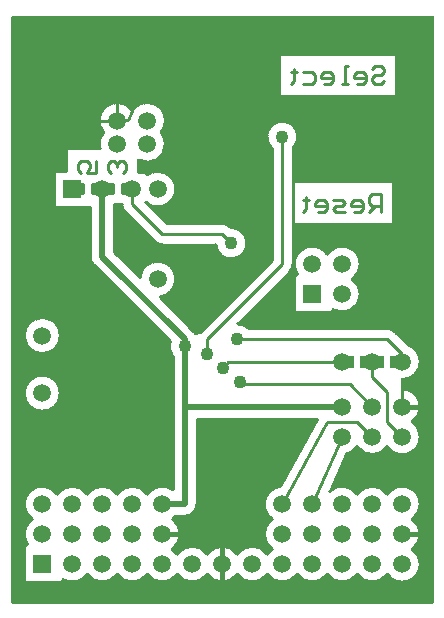
<source format=gbl>
%FSLAX24Y24*%
%MOIN*%
G70*
G01*
G75*
G04 Layer_Physical_Order=2*
%ADD10C,0.0110*%
%ADD11R,0.0512X0.0591*%
%ADD12R,0.0433X0.0394*%
%ADD13R,0.0591X0.0512*%
%ADD14R,0.0394X0.0433*%
%ADD15R,0.0709X0.0630*%
%ADD16R,0.0433X0.0394*%
%ADD17R,0.0177X0.0630*%
%ADD18R,0.0630X0.0177*%
%ADD19R,0.0630X0.0177*%
%ADD20R,0.0630X0.0512*%
%ADD21C,0.0100*%
%ADD22C,0.0250*%
%ADD23C,0.0214*%
%ADD24C,0.0150*%
%ADD25C,0.0200*%
%ADD26C,0.0157*%
%ADD27C,0.0197*%
%ADD28R,0.2600X0.3210*%
%ADD29R,0.1890X0.1800*%
%ADD30R,0.1950X0.0470*%
%ADD31R,0.0880X0.1810*%
%ADD32R,0.0820X0.0830*%
%ADD33R,0.0591X0.0591*%
%ADD34R,0.0591X0.0591*%
%ADD35C,0.0591*%
%ADD36C,0.0591*%
%ADD37C,0.0598*%
%ADD38C,0.1220*%
%ADD39C,0.0433*%
%ADD40C,0.0433*%
%ADD41R,0.0400X0.0400*%
%ADD42R,0.2300X0.2000*%
%ADD43R,0.1160X0.2450*%
%ADD44R,0.2700X0.3500*%
D10*
X37668Y26500D02*
G03*
X37480Y25700I332J-500D01*
G01*
X38500Y27332D02*
G03*
X37668Y26500I-500J-332D01*
G01*
X38700Y24480D02*
G03*
X39500Y24668I300J520D01*
G01*
Y27332D02*
G03*
X38500Y27332I-500J-332D01*
G01*
X39500Y24668D02*
G03*
X40500Y24668I500J332D01*
G01*
Y27332D02*
G03*
X39500Y27332I-500J-332D01*
G01*
X38600Y30700D02*
G03*
X38600Y30700I-600J0D01*
G01*
Y32621D02*
G03*
X38600Y32621I-600J0D01*
G01*
X40500Y24668D02*
G03*
X41500Y24668I500J332D01*
G01*
Y27332D02*
G03*
X40500Y27332I-500J-332D01*
G01*
X42345Y27491D02*
G03*
X41500Y27332I-345J-491D01*
G01*
Y24668D02*
G03*
X42500Y24668I500J332D01*
G01*
Y25332D02*
G03*
X42332Y25500I-500J-332D01*
G01*
G03*
X42600Y26000I-332J500D01*
G01*
X42500Y24668D02*
G03*
X43500Y24668I500J332D01*
G01*
Y25332D02*
G03*
X42500Y25332I-500J-332D01*
G01*
X42600Y26000D02*
G03*
X42375Y26469I-600J0D01*
G01*
X42750Y26595D02*
G03*
X43155Y27000I0J405D01*
G01*
X42750Y26595D02*
G03*
X43155Y27000I0J405D01*
G01*
X42255Y32423D02*
G03*
X42345Y31931I496J-163D01*
G01*
X39595Y35250D02*
G03*
X39714Y34963I405J0D01*
G01*
X39595Y35250D02*
G03*
X39714Y34964I405J0D01*
G01*
X40645Y37000D02*
G03*
X40749Y36749I355J0D01*
G01*
X40645Y37000D02*
G03*
X40749Y36749I355J0D01*
G01*
X37716Y40900D02*
G03*
X39545Y40854I914J-45D01*
G01*
G03*
X38100Y41601I-915J0D01*
G01*
X40042Y39394D02*
G03*
X39913Y38855I458J-394D01*
G01*
X41000Y40127D02*
G03*
X40042Y39394I-500J-339D01*
G01*
X42450Y34500D02*
G03*
X41254Y34569I-600J0D01*
G01*
X41919Y33904D02*
G03*
X42450Y34500I-69J596D01*
G01*
X41749Y35749D02*
G03*
X42000Y35645I251J251D01*
G01*
X41749Y35749D02*
G03*
X42000Y35645I251J251D01*
G01*
X42450Y37500D02*
G03*
X41500Y37988I-600J0D01*
G01*
X41446Y37056D02*
G03*
X42450Y37500I404J444D01*
G01*
X41205Y38473D02*
G03*
X42104Y39000I295J527D01*
G01*
Y39787D02*
G03*
X41000Y40127I-604J0D01*
G01*
X42104Y39000D02*
G03*
X41958Y39394I-604J0D01*
G01*
G03*
X42104Y39787I-458J394D01*
G01*
X44285Y40854D02*
G03*
X44285Y40854I-915J0D01*
G01*
X43500Y24668D02*
G03*
X44500Y24668I500J332D01*
G01*
Y25332D02*
G03*
X43500Y25332I-500J-332D01*
G01*
X44500Y24668D02*
G03*
X45500Y24668I500J332D01*
G01*
Y25332D02*
G03*
X44500Y25332I-500J-332D01*
G01*
X45668Y26500D02*
G03*
X45668Y25500I332J-500D01*
G01*
X45500Y24668D02*
G03*
X46500Y24668I500J332D01*
G01*
X45668Y25500D02*
G03*
X45500Y25332I332J-500D01*
G01*
X46500Y24668D02*
G03*
X47500Y24668I500J332D01*
G01*
G03*
X48500Y24668I500J332D01*
G01*
X44882Y32855D02*
G03*
X44523Y33021I-382J-355D01*
G01*
X45920Y27595D02*
G03*
X45668Y26500I80J-595D01*
G01*
X48500Y27332D02*
G03*
X47578Y27427I-500J-332D01*
G01*
X48128Y28663D02*
G03*
X48500Y28918I-128J587D01*
G01*
Y24668D02*
G03*
X49500Y24668I500J332D01*
G01*
Y27332D02*
G03*
X48500Y27332I-500J-332D01*
G01*
X49500Y24668D02*
G03*
X50600Y25000I500J332D01*
G01*
Y27000D02*
G03*
X49500Y27332I-600J0D01*
G01*
X50600Y25000D02*
G03*
X50332Y25500I-600J0D01*
G01*
G03*
X50600Y26000I-332J500D01*
G01*
G03*
X50332Y26500I-600J0D01*
G01*
G03*
X50600Y27000I-332J500D01*
G01*
X48500Y28918D02*
G03*
X49500Y28918I500J332D01*
G01*
G03*
X50600Y29250I500J332D01*
G01*
G03*
X50332Y29750I-600J0D01*
G01*
X50600Y30250D02*
G03*
X50000Y30850I-600J0D01*
G01*
X50332Y29750D02*
G03*
X50600Y30250I-332J500D01*
G01*
X49751Y32751D02*
G03*
X49500Y32855I-251J-251D01*
G01*
X49751Y32751D02*
G03*
X49500Y32855I-251J-251D01*
G01*
X50000Y31150D02*
G03*
X50600Y31750I0J600D01*
G01*
G03*
X50179Y32323I-600J0D01*
G01*
X43781Y35645D02*
G03*
X44822Y35700I519J55D01*
G01*
X44251Y36251D02*
G03*
X44000Y36355I-251J-251D01*
G01*
X44251Y36251D02*
G03*
X44000Y36355I-251J-251D01*
G01*
X44822Y35700D02*
G03*
X44281Y36221I-522J0D01*
G01*
X47500Y35332D02*
G03*
X46480Y34700I-500J-332D01*
G01*
X46251Y34749D02*
G03*
X46355Y35000I-251J251D01*
G01*
X46251Y34749D02*
G03*
X46355Y35000I-251J251D01*
G01*
Y38868D02*
G03*
X46522Y39250I-355J382D01*
G01*
G03*
X45645Y38868I-522J0D01*
G01*
X47700Y33480D02*
G03*
X48600Y34000I300J520D01*
G01*
G03*
X48332Y34500I-600J0D01*
G01*
G03*
X48600Y35000I-332J500D01*
G01*
G03*
X47500Y35332I-600J0D01*
G01*
X43210Y40010D02*
X43510D01*
X41423Y38064D02*
X41500Y37988D01*
X41205Y38064D02*
X41423D01*
X39795Y38855D02*
X39913D01*
X42427Y26595D02*
X42443D01*
X42332Y26500D02*
X42427Y26595D01*
X37480Y25680D02*
X37480D01*
Y25700D01*
X37400Y25600D02*
X37480Y25680D01*
X38681Y24480D02*
X38700D01*
X38600Y24400D02*
X38681Y24480D01*
X47680Y33480D02*
X47700D01*
X47600Y33400D02*
X47680Y33480D01*
X46480Y34680D02*
Y34700D01*
X46400Y34600D02*
X46480Y34680D01*
X46370Y34700D02*
Y34890D01*
X46355Y36100D02*
Y37850D01*
X49900Y42300D02*
X49905Y42295D01*
Y40845D02*
Y42295D01*
X37000Y24400D02*
X37400D01*
X37000Y24500D02*
X37400D01*
X37400Y23750D02*
Y24400D01*
X37000Y24600D02*
X37400D01*
X37000Y24700D02*
X37400D01*
X37000Y24800D02*
X37400D01*
X37000Y24900D02*
X37400D01*
X37000Y25000D02*
X37400D01*
Y24400D02*
Y25600D01*
X37000Y25100D02*
X37400D01*
X37000Y25200D02*
X37400D01*
Y24400D02*
X38600D01*
X37000Y25300D02*
X37400D01*
X37500Y23750D02*
Y24400D01*
X37600Y23750D02*
Y24400D01*
X37700Y23750D02*
Y24400D01*
X37000Y25400D02*
X37400D01*
X37000Y25500D02*
X37400D01*
X37000Y25600D02*
X37400D01*
X37000Y25800D02*
X37434D01*
X37000Y25700D02*
X37480D01*
X37000Y25900D02*
X37408D01*
X37000Y26000D02*
X37400D01*
X37000Y26100D02*
X37408D01*
X37000Y26200D02*
X37434D01*
X37000Y26300D02*
X37480D01*
X37000Y26800D02*
X37434D01*
X37000Y26900D02*
X37408D01*
X37000Y27000D02*
X37400D01*
X37400Y26018D02*
Y26982D01*
X37000Y27100D02*
X37408D01*
X37000Y27200D02*
X37434D01*
X37000Y26400D02*
X37552D01*
X37000Y26500D02*
X37668D01*
X37500Y26332D02*
Y26668D01*
X37000Y26700D02*
X37480D01*
X37000Y26600D02*
X37552D01*
X37000Y27300D02*
X37480D01*
X37000Y27400D02*
X37552D01*
X37000Y27500D02*
X37668D01*
X37000Y27600D02*
X37982D01*
X37000Y30100D02*
X37982D01*
X37800Y23750D02*
Y24400D01*
X37900Y23750D02*
Y24400D01*
X38000Y23750D02*
Y24400D01*
X38100Y23750D02*
Y24400D01*
X38200Y23750D02*
Y24400D01*
X38300Y23750D02*
Y24400D01*
X38400Y23750D02*
Y24400D01*
X38500Y23750D02*
Y24400D01*
X38600Y23750D02*
Y24400D01*
X38700Y23750D02*
Y24480D01*
X38800Y23750D02*
Y24434D01*
X38900Y23750D02*
Y24408D01*
X39000Y23750D02*
Y24400D01*
X39100Y23750D02*
Y24408D01*
X39200Y23750D02*
Y24434D01*
X39900Y23750D02*
Y24408D01*
X39300Y23750D02*
Y24480D01*
X39400Y23750D02*
Y24552D01*
X39500Y23750D02*
Y24668D01*
X39600Y23750D02*
Y24552D01*
X39700Y23750D02*
Y24480D01*
X39800Y23750D02*
Y24434D01*
X39018Y24400D02*
X39982D01*
X40000Y23750D02*
Y24400D01*
X39332Y24500D02*
X39668D01*
X40100Y23750D02*
Y24408D01*
X38332Y27500D02*
X38668D01*
X37900Y27592D02*
Y30108D01*
X38018Y27600D02*
X38982D01*
X39332Y27500D02*
X39668D01*
X39018Y27600D02*
X39982D01*
X40200Y23750D02*
Y24434D01*
X40300Y23750D02*
Y24480D01*
X40332Y24500D02*
X40668D01*
X40700Y23750D02*
Y24480D01*
X40800Y23750D02*
Y24434D01*
X40900Y23750D02*
Y24408D01*
X40332Y27500D02*
X40668D01*
X40400Y23750D02*
Y24552D01*
X40500Y23750D02*
Y24668D01*
X40600Y23750D02*
Y24552D01*
X37000Y30500D02*
X37434D01*
X37000Y30600D02*
X37408D01*
X37400Y27018D02*
Y30682D01*
X37000Y30700D02*
X37400D01*
X37000Y30800D02*
X37408D01*
X37000Y23750D02*
Y40900D01*
Y23750D02*
Y40900D01*
X37100Y23750D02*
Y40900D01*
X37200Y23750D02*
Y40900D01*
X37300Y23750D02*
Y40900D01*
X37400Y30718D02*
Y32603D01*
X37000Y30200D02*
X37668D01*
X37000Y30300D02*
X37552D01*
X37600Y27448D02*
Y30252D01*
X37700Y27520D02*
Y30180D01*
X37800Y27566D02*
Y30134D01*
X37000Y30400D02*
X37480D01*
X37000Y30900D02*
X37434D01*
X37000Y31000D02*
X37480D01*
X37500Y27332D02*
Y30368D01*
Y31032D02*
Y32289D01*
X37000Y31100D02*
X37552D01*
X37000Y32300D02*
X37493D01*
X37000Y32400D02*
X37442D01*
X37000Y32500D02*
X37412D01*
X37000Y32600D02*
X37400D01*
X37000Y32700D02*
X37405D01*
X37000Y32800D02*
X37427D01*
X37000Y32900D02*
X37468D01*
X37400Y32639D02*
Y40900D01*
X37500Y32953D02*
Y40900D01*
X37000Y33000D02*
X37534D01*
X37000Y31200D02*
X37668D01*
X37000Y31300D02*
X37982D01*
X37600Y31148D02*
Y32174D01*
X37700Y31220D02*
Y32101D01*
X37000Y32100D02*
X37702D01*
X37000Y32200D02*
X37572D01*
X37000Y33100D02*
X37638D01*
X37000Y33200D02*
X37841D01*
X37600Y33069D02*
Y40900D01*
X37700Y33141D02*
Y40900D01*
X38200Y27566D02*
Y30134D01*
X38000Y27600D02*
Y30100D01*
X38500Y27332D02*
Y30368D01*
X38300Y27520D02*
Y30180D01*
X38400Y27448D02*
Y30252D01*
X38600Y27448D02*
Y30682D01*
X38700Y27520D02*
Y36900D01*
X38800Y27566D02*
Y36900D01*
X39400Y27448D02*
Y36900D01*
X39200Y27566D02*
Y36900D01*
X39300Y27520D02*
Y36900D01*
X40500Y27332D02*
Y34177D01*
X40400Y27448D02*
Y34277D01*
X40600Y27448D02*
Y34077D01*
X40700Y27520D02*
Y33977D01*
X40800Y27566D02*
Y33877D01*
X39500Y27332D02*
Y36900D01*
X39600Y27448D02*
Y35187D01*
X39700Y27520D02*
Y34978D01*
X40300Y27520D02*
Y34377D01*
X39800Y27566D02*
Y34877D01*
X40200Y27566D02*
Y34477D01*
X37800Y31266D02*
Y32055D01*
X37900Y31292D02*
Y32029D01*
X38100Y27592D02*
Y30108D01*
X38000Y31300D02*
Y32021D01*
X38100Y31292D02*
Y32029D01*
X37800Y33187D02*
Y40468D01*
X37900Y33213D02*
Y40302D01*
X38100Y33213D02*
Y40108D01*
X38300Y31220D02*
Y32101D01*
X38200Y31266D02*
Y32055D01*
X38300Y33141D02*
Y40001D01*
X38600Y30718D02*
Y32603D01*
X38400Y31148D02*
Y32174D01*
X38500Y31032D02*
Y32289D01*
X39900Y27592D02*
Y34777D01*
X40000Y27600D02*
Y34677D01*
X40100Y27592D02*
Y34577D01*
X38600Y32639D02*
Y36900D01*
X38400Y33069D02*
Y36900D01*
X38500Y32953D02*
Y36900D01*
X38900Y27592D02*
Y36900D01*
X39000Y27600D02*
Y36900D01*
X39100Y27592D02*
Y36900D01*
X41000Y23750D02*
Y24400D01*
X40018Y24400D02*
X40982D01*
X41100Y23750D02*
Y24408D01*
X41200Y23750D02*
Y24434D01*
X41800Y23750D02*
Y24434D01*
X41300Y23750D02*
Y24480D01*
X41400Y23750D02*
Y24552D01*
X41500Y23750D02*
Y24668D01*
X41600Y23750D02*
Y24552D01*
X41700Y23750D02*
Y24480D01*
X37000Y23750D02*
X51000D01*
X37000Y23800D02*
X51000D01*
X37000Y23900D02*
X51000D01*
X37000Y24000D02*
X51000D01*
X37000Y24100D02*
X51000D01*
X41900Y23750D02*
Y24408D01*
X37000Y24200D02*
X51000D01*
X37000Y24300D02*
X51000D01*
X42000Y23750D02*
Y24400D01*
X42100Y23750D02*
Y24408D01*
X42200Y23750D02*
Y24434D01*
X40018Y27600D02*
X40982D01*
X41018Y24400D02*
X41982D01*
X41332Y24500D02*
X41668D01*
X41332Y27500D02*
X41668D01*
X37000Y27700D02*
X42345D01*
X37000Y27800D02*
X42345D01*
X37000Y27900D02*
X42345D01*
X41018Y27600D02*
X41982D01*
X42018D02*
X42345D01*
X37000Y28000D02*
X42345D01*
X37000Y28100D02*
X42345D01*
X42018Y24400D02*
X42982D01*
X37000Y28200D02*
X42345D01*
X37000Y28300D02*
X42345D01*
X37000Y28400D02*
X42345D01*
X37000Y28500D02*
X42345D01*
X37000Y28600D02*
X42345D01*
X37000Y28700D02*
X42345D01*
X42300Y23750D02*
Y24480D01*
X42332Y24500D02*
X42668D01*
X42400Y23750D02*
Y24552D01*
X42600Y23750D02*
Y24552D01*
X42700Y23750D02*
Y24480D01*
X42332Y25500D02*
X42668D01*
X42500Y23750D02*
Y24668D01*
Y25332D02*
Y25668D01*
X42600Y25448D02*
Y25982D01*
X42800Y23750D02*
Y24434D01*
X42900Y23750D02*
Y24408D01*
X43000Y23750D02*
Y24400D01*
X43100Y23750D02*
Y24408D01*
X43018Y24400D02*
X43982D01*
X42448Y25600D02*
X42982D01*
X42700Y25520D02*
Y26595D01*
X42800Y25566D02*
Y26598D01*
X42900Y25592D02*
Y26624D01*
X42500Y26332D02*
Y26595D01*
X43018Y25600D02*
X43982D01*
X42592Y25900D02*
X45408D01*
X42600Y26000D02*
X45400D01*
X42600Y26018D02*
Y26595D01*
X42443D02*
X42750D01*
X43000Y25600D02*
Y26681D01*
X43100Y25592D02*
Y26796D01*
X42520Y25700D02*
X45480D01*
X42520Y26300D02*
X45480D01*
X42448Y26400D02*
X45552D01*
X42566Y25800D02*
X45434D01*
X42592Y26100D02*
X45408D01*
X42566Y26200D02*
X45434D01*
X42332Y26500D02*
X45668D01*
X43022Y26700D02*
X45480D01*
X42813Y26600D02*
X45552D01*
X43102Y26800D02*
X45434D01*
X43142Y26900D02*
X45408D01*
X43155Y28700D02*
X46523D01*
X37000Y28800D02*
X42345D01*
X37000Y28900D02*
X42345D01*
X37000Y29000D02*
X42345D01*
X37000Y29100D02*
X42345D01*
X37000Y29200D02*
X42345D01*
X37000Y29300D02*
X42345D01*
X37000Y29400D02*
X42345D01*
X37000Y29500D02*
X42345D01*
X37000Y29600D02*
X42345D01*
X37000Y29700D02*
X42345D01*
X37000Y29800D02*
X42345D01*
X37000Y29900D02*
X42345D01*
X37000Y30000D02*
X42345D01*
X38018Y30100D02*
X42345D01*
X38332Y30200D02*
X42345D01*
X38448Y30300D02*
X42345D01*
X38520Y30400D02*
X42345D01*
X38566Y30500D02*
X42345D01*
X38566Y30900D02*
X42345D01*
X38592Y30600D02*
X42345D01*
X38600Y30700D02*
X42345D01*
X38592Y30800D02*
X42345D01*
X38298Y32100D02*
X42254D01*
X38428Y32200D02*
X42232D01*
X38507Y32300D02*
X42230D01*
X38588Y32500D02*
X42177D01*
X38558Y32400D02*
X42248D01*
X38466Y33000D02*
X41677D01*
X38159Y33200D02*
X41477D01*
X38362Y33100D02*
X41577D01*
X38600Y32600D02*
X42077D01*
X38532Y32900D02*
X41777D01*
X38573Y32800D02*
X41877D01*
X38018Y31300D02*
X42345D01*
X37000Y31400D02*
X42345D01*
X38520Y31000D02*
X42345D01*
X38448Y31100D02*
X42345D01*
X38332Y31200D02*
X42345D01*
X37000Y31500D02*
X42345D01*
X37000Y31600D02*
X42345D01*
X37000Y31700D02*
X42345D01*
X37000Y31800D02*
X42345D01*
X37000Y32000D02*
X42298D01*
X37000Y31900D02*
X42345D01*
X41500Y27332D02*
Y33177D01*
X41600Y27448D02*
Y33077D01*
X41700Y27520D02*
Y32977D01*
X41800Y27566D02*
Y32877D01*
X41900Y27592D02*
Y32777D01*
X40900Y27592D02*
Y33777D01*
X41000Y27600D02*
Y33677D01*
X41100Y27592D02*
Y33577D01*
X41400Y27448D02*
Y33277D01*
X41200Y27566D02*
Y33477D01*
X41300Y27520D02*
Y33377D01*
X43155Y28800D02*
X46577D01*
X43155Y28900D02*
X46632D01*
X43155Y29000D02*
X46687D01*
X43155Y29100D02*
X46741D01*
X43155Y29200D02*
X46796D01*
X42200Y27566D02*
Y32477D01*
X42000Y27600D02*
Y32677D01*
X42100Y27592D02*
Y32577D01*
X43155Y27000D02*
Y29845D01*
X42300Y27520D02*
Y31996D01*
X42345Y27491D02*
Y30250D01*
X38595Y32700D02*
X41977D01*
X41919Y33904D02*
X43036Y32787D01*
X42345Y30250D02*
Y31931D01*
X39714Y34963D02*
X42255Y32423D01*
X42700Y33123D02*
Y35645D01*
X42800Y33023D02*
Y35645D01*
X43100Y32704D02*
Y35645D01*
X42900Y32923D02*
Y35645D01*
X43000Y32823D02*
Y35645D01*
X43155Y29300D02*
X46850D01*
X43155Y29400D02*
X46905D01*
X43155Y29500D02*
X46959D01*
X43155Y29600D02*
X47014D01*
X43155Y29700D02*
X47068D01*
X43155Y29800D02*
X47123D01*
X42923Y32900D02*
X43398D01*
X42823Y33000D02*
X43498D01*
X42723Y33100D02*
X43598D01*
X43155Y29845D02*
X47147D01*
X43023Y32800D02*
X43298D01*
X37000Y34500D02*
X40177D01*
X37000Y34600D02*
X40077D01*
X37000Y34700D02*
X39977D01*
X37000Y34900D02*
X39777D01*
X37000Y34800D02*
X39877D01*
X37000Y35000D02*
X39681D01*
X37000Y35100D02*
X39624D01*
X37000Y35200D02*
X39598D01*
X37000Y35300D02*
X39595D01*
X37000Y35400D02*
X39595D01*
X37000Y35500D02*
X39595D01*
X37000Y33400D02*
X41277D01*
X37000Y33500D02*
X41177D01*
X37000Y33600D02*
X41077D01*
X37000Y33800D02*
X40877D01*
X37000Y33700D02*
X40977D01*
X37000Y33900D02*
X40777D01*
X37000Y34100D02*
X40577D01*
X37000Y34000D02*
X40677D01*
X37000Y34200D02*
X40477D01*
X37000Y34400D02*
X40277D01*
X37000Y34300D02*
X40377D01*
X37000Y35600D02*
X39595D01*
X37000Y35700D02*
X39595D01*
X37000Y36900D02*
X38400D01*
X37000Y37000D02*
X38400D01*
X37000Y37100D02*
X38400D01*
X37000Y37200D02*
X38400D01*
X37000Y37300D02*
X38400D01*
X37000Y37400D02*
X38400D01*
X37000Y37500D02*
X38400D01*
X37000Y37600D02*
X38400D01*
X37000Y37700D02*
X38400D01*
X37000Y35800D02*
X39595D01*
X37000Y35900D02*
X39595D01*
X37000Y36000D02*
X39595D01*
X37000Y36100D02*
X39595D01*
X37000Y36200D02*
X39595D01*
X37000Y36300D02*
X39595D01*
X37000Y36400D02*
X39595D01*
X37000Y36500D02*
X39595D01*
X37000Y36600D02*
X39595D01*
X37000Y36700D02*
X39595D01*
X37000Y36800D02*
X39595D01*
X40900Y34923D02*
Y36598D01*
X40800Y35023D02*
Y36698D01*
X40405Y36700D02*
X40798D01*
X39595Y35250D02*
Y36900D01*
X40405Y35418D02*
Y37000D01*
X40500Y35323D02*
Y37005D01*
X40700Y35123D02*
Y36810D01*
X40600Y35223D02*
Y37005D01*
X40405Y35418D02*
X41254Y34569D01*
X40405Y36200D02*
X41298D01*
X41300Y34740D02*
Y36198D01*
X40405Y36300D02*
X41198D01*
X41023Y34800D02*
X41330D01*
X40405Y36400D02*
X41098D01*
X40405Y36600D02*
X40898D01*
X40405Y36500D02*
X40998D01*
X41200Y34623D02*
Y36298D01*
X41000Y34823D02*
Y36498D01*
X41100Y34723D02*
Y36398D01*
X37000Y37800D02*
X38400D01*
X37000Y37900D02*
X38400D01*
Y36900D02*
Y38100D01*
X37000Y38000D02*
X38400D01*
X37000Y38100D02*
X38400D01*
X37000Y38200D02*
X38795D01*
X37000Y38300D02*
X38795D01*
X37000Y38400D02*
X38795D01*
X38400Y38100D02*
X38795D01*
Y38855D01*
X37000Y38500D02*
X38795D01*
X40405Y36800D02*
X40707D01*
X38400Y36900D02*
X39595D01*
X40405Y36900D02*
X40659D01*
X40405Y37005D02*
X40645D01*
X40405D02*
X40645D01*
X40405Y37000D02*
X40645D01*
X37000Y38600D02*
X38795D01*
X37000Y38700D02*
X38795D01*
X37000Y38800D02*
X38795D01*
Y38855D02*
X39795D01*
X41205Y38064D02*
Y38473D01*
X38200Y33187D02*
Y40046D01*
X37000Y40000D02*
X38302D01*
X38400Y38100D02*
Y39968D01*
X38500Y38100D02*
Y39948D01*
X38600Y38100D02*
Y39940D01*
X37000Y40100D02*
X38112D01*
X37000Y40300D02*
X37902D01*
X37000Y40200D02*
X37990D01*
X38000Y33222D02*
Y40190D01*
X37000Y38900D02*
X39904D01*
X37000Y39000D02*
X39896D01*
X37000Y39100D02*
X39904D01*
X37000Y39200D02*
X39930D01*
X37000Y39300D02*
X39976D01*
X37000Y39400D02*
X40036D01*
X37000Y39600D02*
X39926D01*
X37000Y39500D02*
X39969D01*
X37000Y39700D02*
X39902D01*
X37000Y39800D02*
X39896D01*
X37000Y39900D02*
X39906D01*
X37000Y40400D02*
X37835D01*
X37000Y40500D02*
X37786D01*
X37000Y40600D02*
X37751D01*
X37000Y40800D02*
X37716D01*
X37000Y40700D02*
X37728D01*
X37000Y40900D02*
X37716D01*
X38100Y41601D02*
Y41900D01*
Y42100D01*
X38100Y41900D02*
Y43100D01*
X38200Y41662D02*
Y43250D01*
X37000Y43100D02*
X38100D01*
X38300Y41708D02*
Y43250D01*
X38400Y41740D02*
Y43250D01*
X38500Y41760D02*
Y43250D01*
X38600Y41769D02*
Y43250D01*
X38700Y38100D02*
Y39942D01*
X38800Y38855D02*
Y39955D01*
X38900Y38855D02*
Y39980D01*
X39000Y38855D02*
Y40017D01*
X39100Y38855D02*
Y40069D01*
X39200Y38855D02*
Y40138D01*
X39300Y38855D02*
Y40231D01*
X39400Y38855D02*
Y40360D01*
X39500Y38855D02*
Y40570D01*
X39600Y38855D02*
Y43250D01*
X39700Y38855D02*
Y43250D01*
X38958Y40000D02*
X39934D01*
X39148Y40100D02*
X39983D01*
X39900Y39071D02*
Y39716D01*
Y39859D02*
Y43250D01*
X39270Y40200D02*
X40059D01*
X40000Y40127D02*
Y43250D01*
X41000Y40127D02*
Y43250D01*
X38700Y41767D02*
Y43250D01*
X38800Y41754D02*
Y43250D01*
X39358Y40300D02*
X40180D01*
X38900Y41729D02*
Y43250D01*
X39000Y41691D02*
Y43250D01*
X39300Y41478D02*
Y43250D01*
X39100Y41640D02*
Y43250D01*
X39200Y41570D02*
Y43250D01*
X40100Y40240D02*
Y43250D01*
X39400Y41349D02*
Y43250D01*
X39500Y41138D02*
Y43250D01*
X40200Y40312D02*
Y43250D01*
X40300Y40358D02*
Y43250D01*
X40400Y40383D02*
Y43250D01*
X40820Y40300D02*
X41180D01*
X40500Y40392D02*
Y43250D01*
X40600Y40383D02*
Y43250D01*
X40900Y40240D02*
Y43250D01*
X40700Y40358D02*
Y43250D01*
X40800Y40312D02*
Y43250D01*
X41100Y40240D02*
Y43250D01*
X41200Y40312D02*
Y43250D01*
X41300Y40358D02*
Y43250D01*
X37000Y33300D02*
X41377D01*
X40723Y35100D02*
X41832D01*
X40923Y34900D02*
X41402D01*
X40823Y35000D02*
X41518D01*
X41900Y35098D02*
Y35659D01*
X41400Y34897D02*
Y36098D01*
X41500Y34988D02*
Y35998D01*
X41600Y35046D02*
Y35898D01*
X41700Y35081D02*
Y35798D01*
X41800Y35098D02*
Y35707D01*
X42000Y35081D02*
Y35645D01*
X41868Y35100D02*
X45598D01*
X42023Y33800D02*
X44298D01*
X41923Y33900D02*
X44398D01*
X40423Y35400D02*
X43873D01*
X40405Y35600D02*
X43788D01*
X40405Y35500D02*
X43818D01*
X40623Y35200D02*
X44152D01*
X40523Y35300D02*
X43965D01*
X40405Y35700D02*
X41810D01*
X40405Y35800D02*
X41698D01*
X40405Y36000D02*
X41498D01*
X40405Y35900D02*
X41598D01*
X40749Y36749D02*
X41749Y35749D01*
X40405Y36100D02*
X41398D01*
X41205Y38100D02*
X41832D01*
X41446Y37056D02*
X42147Y36355D01*
X41602Y36900D02*
X41832D01*
X41900Y36602D02*
Y36902D01*
X41802Y36700D02*
X45645D01*
X41702Y36800D02*
X45645D01*
X42000Y35645D02*
X43781D01*
X42002Y36500D02*
X45645D01*
X41902Y36600D02*
X45645D01*
X41205Y38200D02*
X45645D01*
X41205Y38300D02*
X45645D01*
X41868Y36900D02*
X45645D01*
X41868Y38100D02*
X45645D01*
X42323Y33500D02*
X43998D01*
X42100Y33723D02*
Y33954D01*
X42623Y33200D02*
X43698D01*
X42523Y33300D02*
X43798D01*
X42423Y33400D02*
X43898D01*
X42400Y33423D02*
Y34260D01*
X42200Y33623D02*
Y34012D01*
X42300Y33523D02*
Y34103D01*
X42600Y33223D02*
Y35645D01*
X42400Y34740D02*
Y35645D01*
X42500Y33323D02*
Y35645D01*
X42123Y33700D02*
X44198D01*
X42182Y34000D02*
X44498D01*
X42223Y33600D02*
X44098D01*
X42298Y34100D02*
X44598D01*
X42370Y34200D02*
X44698D01*
X42416Y34300D02*
X44798D01*
X42416Y34700D02*
X45198D01*
X42370Y34800D02*
X45298D01*
X42442Y34400D02*
X44898D01*
X42450Y34500D02*
X44998D01*
X42442Y34600D02*
X45098D01*
X42182Y35000D02*
X45498D01*
X42100Y35046D02*
Y35645D01*
X42298Y34900D02*
X45398D01*
X42200Y34988D02*
Y35645D01*
X42300Y34897D02*
Y35645D01*
X42147Y36355D02*
X44000D01*
X42000Y36502D02*
Y36919D01*
X42100Y36402D02*
Y36954D01*
X42200Y36355D02*
Y37012D01*
X42300Y36355D02*
Y37103D01*
X42400Y36355D02*
Y37260D01*
X42102Y36400D02*
X45645D01*
X42182Y37000D02*
X45645D01*
X42298Y37100D02*
X45645D01*
X42370Y37200D02*
X45645D01*
X42416Y37300D02*
X45645D01*
X42442Y37400D02*
X45645D01*
X42370Y37800D02*
X45645D01*
X42298Y37900D02*
X45645D01*
X42182Y38000D02*
X45645D01*
X42450Y37500D02*
X45645D01*
X42442Y37600D02*
X45645D01*
X42416Y37700D02*
X45645D01*
X41500Y37988D02*
Y38396D01*
X41205Y38400D02*
X41429D01*
X41600Y38046D02*
Y38404D01*
X41700Y38081D02*
Y38430D01*
X41800Y38098D02*
Y38476D01*
X41400Y40383D02*
Y43250D01*
X41500Y40392D02*
Y43250D01*
X41800Y40312D02*
Y43250D01*
X41600Y40383D02*
Y43250D01*
X41700Y40358D02*
Y43250D01*
X39424Y40400D02*
X42576D01*
X41571Y38400D02*
X45645D01*
X41820Y40300D02*
X42642D01*
X41839Y38500D02*
X45645D01*
X39474Y40500D02*
X42526D01*
X39532Y40700D02*
X42468D01*
X39509Y40600D02*
X42491D01*
X39544Y40800D02*
X42456D01*
X39544Y40900D02*
X42456D01*
X39533Y41000D02*
X42467D01*
X39365Y41400D02*
X42635D01*
X39279Y41500D02*
X42721D01*
X39512Y41100D02*
X42488D01*
X39477Y41200D02*
X42523D01*
X39429Y41300D02*
X42571D01*
X38100Y41800D02*
X45896D01*
X38100Y41900D02*
X45896D01*
X38100Y42000D02*
X45896D01*
X39161Y41600D02*
X42839D01*
X38980Y41700D02*
X43020D01*
X38100Y42100D02*
X49900D01*
X38100Y42200D02*
X49900D01*
X38100Y42300D02*
X49900D01*
X38100Y42400D02*
X49900D01*
X38100Y42500D02*
X49900D01*
X38100Y42600D02*
X49900D01*
X38100Y42700D02*
X49900D01*
X38100Y42800D02*
X49900D01*
X37000Y43200D02*
X51000D01*
X37000Y43250D02*
X51000D01*
X38100Y42900D02*
X49900D01*
X38100Y43000D02*
X49900D01*
X38100Y43100D02*
X49900D01*
X41900Y38098D02*
Y38547D01*
X42100Y38046D02*
Y38929D01*
X42000Y38081D02*
Y38661D01*
X42100Y39071D02*
Y39716D01*
X42400Y37740D02*
Y43250D01*
X42200Y37988D02*
Y43250D01*
X42300Y37897D02*
Y43250D01*
X42500Y36355D02*
Y40570D01*
X42600Y36355D02*
Y40360D01*
X42700Y36355D02*
Y40231D01*
X41953Y38600D02*
X45645D01*
X42024Y38700D02*
X45645D01*
X42070Y38800D02*
X45645D01*
X42104Y39000D02*
X45542D01*
X42096Y38900D02*
X45613D01*
X42800Y36355D02*
Y40138D01*
X42070Y39200D02*
X45481D01*
X42096Y39100D02*
X45500D01*
X42900Y36355D02*
Y40069D01*
X43000Y36355D02*
Y40017D01*
X43100Y36355D02*
Y39980D01*
X41900Y40240D02*
Y43250D01*
X42017Y40100D02*
X42852D01*
X42000Y40127D02*
Y43250D01*
X41941Y40200D02*
X42730D01*
X42100Y39859D02*
Y43250D01*
X42500Y41138D02*
Y43250D01*
X42600Y41349D02*
Y43250D01*
X42700Y41478D02*
Y43250D01*
X42800Y41570D02*
Y43250D01*
X42900Y41640D02*
Y43250D01*
X42024Y39300D02*
X45481D01*
X41964Y39400D02*
X45500D01*
X42031Y39500D02*
X45542D01*
X42074Y39600D02*
X45613D01*
X42098Y39700D02*
X45736D01*
X42104Y39800D02*
X51000D01*
X42094Y39900D02*
X51000D01*
X42066Y40000D02*
X43042D01*
X43000Y41691D02*
Y43250D01*
X43100Y41729D02*
Y43250D01*
X43200Y23750D02*
Y24434D01*
X43800Y23750D02*
Y24434D01*
X43900Y23750D02*
Y24408D01*
X44000Y23750D02*
Y24400D01*
X44100Y23750D02*
Y24408D01*
X43300Y23750D02*
Y24480D01*
X43400Y23750D02*
Y24552D01*
X43500Y23750D02*
Y24668D01*
X43600Y23750D02*
Y24552D01*
X43700Y23750D02*
Y24480D01*
X44200Y23750D02*
Y24434D01*
X44800Y23750D02*
Y24434D01*
X44900Y23750D02*
Y24408D01*
X45000Y23750D02*
Y24400D01*
X45100Y23750D02*
Y24408D01*
X45200Y23750D02*
Y24434D01*
X44300Y23750D02*
Y24480D01*
X44400Y23750D02*
Y24552D01*
X44500Y23750D02*
Y24668D01*
X44600Y23750D02*
Y24552D01*
X44700Y23750D02*
Y24480D01*
X45300Y23750D02*
Y24480D01*
X43332Y24500D02*
X43668D01*
X45400Y23750D02*
Y24552D01*
X44332Y24500D02*
X44668D01*
X44018Y24400D02*
X44982D01*
X43332Y25500D02*
X43668D01*
X44332D02*
X44668D01*
X44018Y25600D02*
X44982D01*
X45018Y24400D02*
X45982D01*
X45332Y24500D02*
X45668D01*
X45332Y25500D02*
X45668D01*
X45018Y25600D02*
X45552D01*
X43155Y27000D02*
X45400D01*
X43155Y27100D02*
X45408D01*
X45400Y25448D02*
Y25982D01*
Y26018D02*
Y26982D01*
X45800Y23750D02*
Y24434D01*
X45900Y23750D02*
Y24408D01*
X46000Y23750D02*
Y24400D01*
X46100Y23750D02*
Y24408D01*
X46200Y23750D02*
Y24434D01*
X45500Y23750D02*
Y24668D01*
X45600Y23750D02*
Y24552D01*
X45700Y23750D02*
Y24480D01*
X46300Y23750D02*
Y24480D01*
X46400Y23750D02*
Y24552D01*
X46500Y23750D02*
Y24668D01*
X46800Y23750D02*
Y24434D01*
X46900Y23750D02*
Y24408D01*
X47000Y23750D02*
Y24400D01*
X47100Y23750D02*
Y24408D01*
X47200Y23750D02*
Y24434D01*
X46600Y23750D02*
Y24552D01*
X46700Y23750D02*
Y24480D01*
X47300Y23750D02*
Y24480D01*
X47400Y23750D02*
Y24552D01*
X47500Y23750D02*
Y24668D01*
X47600Y23750D02*
Y24552D01*
X46018Y24400D02*
X46982D01*
X46332Y24500D02*
X46668D01*
X47700Y23750D02*
Y24480D01*
X47800Y23750D02*
Y24434D01*
X47900Y23750D02*
Y24408D01*
X45500Y25332D02*
Y25668D01*
Y26332D02*
Y26668D01*
X47332Y24500D02*
X47668D01*
X48000Y23750D02*
Y24400D01*
X47018Y24400D02*
X47982D01*
X48100Y23750D02*
Y24408D01*
X48200Y23750D02*
Y24434D01*
X48300Y23750D02*
Y24480D01*
X48800Y23750D02*
Y24434D01*
X48400Y23750D02*
Y24552D01*
X48332Y24500D02*
X48668D01*
X48500Y23750D02*
Y24668D01*
X48600Y23750D02*
Y24552D01*
X48700Y23750D02*
Y24480D01*
X43300Y25520D02*
Y29845D01*
X43200Y25566D02*
Y29845D01*
X43500Y25332D02*
Y29845D01*
X43400Y25448D02*
Y29845D01*
X43600Y25448D02*
Y29845D01*
X43700Y25520D02*
Y29845D01*
X43800Y25566D02*
Y29845D01*
X43900Y25592D02*
Y29845D01*
X44200Y25566D02*
Y29845D01*
X44000Y25600D02*
Y29845D01*
X44100Y25592D02*
Y29845D01*
X44400Y25448D02*
Y29845D01*
X44300Y25520D02*
Y29845D01*
X44500Y25332D02*
Y29845D01*
X44600Y25448D02*
Y29845D01*
X44700Y25520D02*
Y29845D01*
X44800Y25566D02*
Y29845D01*
X44900Y25592D02*
Y29845D01*
X45000Y25600D02*
Y29845D01*
X45300Y25520D02*
Y29845D01*
X45100Y25592D02*
Y29845D01*
X45200Y25566D02*
Y29845D01*
X43155Y27200D02*
X45434D01*
X43155Y27300D02*
X45480D01*
X43155Y27400D02*
X45552D01*
X43155Y27500D02*
X45668D01*
X43249Y32751D02*
X45645Y35147D01*
X43300Y32802D02*
Y35645D01*
X44900Y32855D02*
Y33398D01*
X45000Y32855D02*
Y33498D01*
X45100Y32855D02*
Y33598D01*
X45200Y32855D02*
Y33698D01*
X43155Y27600D02*
X45923D01*
X43155Y27700D02*
X45977D01*
X43155Y27800D02*
X46032D01*
X43155Y27900D02*
X46087D01*
X43155Y28000D02*
X46141D01*
X43155Y28100D02*
X46196D01*
X43155Y28200D02*
X46250D01*
X43155Y28300D02*
X46305D01*
X43155Y28400D02*
X46359D01*
X43155Y28500D02*
X46414D01*
X43155Y28600D02*
X46468D01*
X45400Y27018D02*
Y29845D01*
X47800Y27566D02*
Y27926D01*
X47900Y27592D02*
Y28151D01*
X47655Y27600D02*
X47982D01*
X45500Y27332D02*
Y29845D01*
X45600Y27448D02*
Y29845D01*
X45700Y27520D02*
Y29845D01*
X45800Y27566D02*
Y29845D01*
X45900Y27592D02*
Y29845D01*
X45920Y27595D02*
X47147Y29845D01*
X47578Y27427D02*
X48128Y28663D01*
X48332Y27500D02*
X48668D01*
X48000Y27600D02*
Y28376D01*
X48200Y27566D02*
Y28684D01*
X48500Y27332D02*
Y28918D01*
X48300Y27520D02*
Y28730D01*
X48400Y27448D02*
Y28802D01*
X48600Y27448D02*
Y28802D01*
X48700Y27520D02*
Y28730D01*
X48800Y27566D02*
Y28684D01*
X45300Y32855D02*
Y33798D01*
X45400Y32855D02*
Y33898D01*
X46000Y27741D02*
Y29845D01*
X46100Y27925D02*
Y29845D01*
X46200Y28108D02*
Y29845D01*
X45500Y32855D02*
Y33998D01*
X45600Y32855D02*
Y34098D01*
X45700Y32855D02*
Y34198D01*
X45800Y32855D02*
Y34298D01*
X45900Y32855D02*
Y34398D01*
X46000Y32855D02*
Y34498D01*
X48100Y27592D02*
Y28601D01*
X46300Y28291D02*
Y29845D01*
X46400Y28475D02*
Y29845D01*
X48397Y28800D02*
X48603D01*
X48240Y28700D02*
X48760D01*
X46500Y28658D02*
Y29845D01*
X46600Y28841D02*
Y29845D01*
X46700Y29025D02*
Y29845D01*
X46800Y29208D02*
Y29845D01*
X46900Y29391D02*
Y29845D01*
X47000Y29575D02*
Y29845D01*
X48900Y23750D02*
Y24408D01*
X48018Y24400D02*
X48982D01*
X49000Y23750D02*
Y24400D01*
X49100Y23750D02*
Y24408D01*
X49200Y23750D02*
Y24434D01*
X49300Y23750D02*
Y24480D01*
X49400Y23750D02*
Y24552D01*
X49500Y23750D02*
Y24668D01*
X49600Y23750D02*
Y24552D01*
X49900Y23750D02*
Y24408D01*
X49018Y24400D02*
X49982D01*
X50000Y23750D02*
Y24400D01*
X50100Y23750D02*
Y24408D01*
X50018Y24400D02*
X51000D01*
X49332Y24500D02*
X49668D01*
X49700Y23750D02*
Y24480D01*
X49800Y23750D02*
Y24434D01*
X48018Y27600D02*
X48982D01*
X49000Y27600D02*
Y28650D01*
X49332Y27500D02*
X49668D01*
X49018Y27600D02*
X49982D01*
X50000Y27600D02*
Y28650D01*
X49200Y27566D02*
Y28684D01*
X48900Y27592D02*
Y28658D01*
X49100Y27592D02*
Y28658D01*
X49800Y27566D02*
Y28684D01*
X49240Y28700D02*
X49760D01*
X49900Y27592D02*
Y28658D01*
X47700Y27700D02*
X51000D01*
X47744Y27800D02*
X51000D01*
X50018Y27600D02*
X51000D01*
X47788Y27900D02*
X51000D01*
X47833Y28000D02*
X51000D01*
X47877Y28100D02*
X51000D01*
X47922Y28200D02*
X51000D01*
X47966Y28300D02*
X51000D01*
X48011Y28400D02*
X51000D01*
X48055Y28500D02*
X51000D01*
X48100Y28600D02*
X51000D01*
X50200Y23750D02*
Y24434D01*
X50300Y23750D02*
Y24480D01*
X50400Y23750D02*
Y24552D01*
X50332Y24500D02*
X51000D01*
X50448Y24600D02*
X51000D01*
X50500Y23750D02*
Y24668D01*
X50600Y23750D02*
Y24982D01*
X50500Y25332D02*
Y25668D01*
X50600Y25018D02*
Y25982D01*
X50520Y24700D02*
X51000D01*
X50566Y24800D02*
X51000D01*
X50592Y24900D02*
X51000D01*
X50600Y25000D02*
X51000D01*
X50592Y25100D02*
X51000D01*
X50448Y25400D02*
X51000D01*
X50332Y25500D02*
X51000D01*
X50448Y25600D02*
X51000D01*
X50566Y25200D02*
X51000D01*
X50520Y25300D02*
X51000D01*
X50520Y25700D02*
X51000D01*
X50566Y25800D02*
X51000D01*
X50566Y26200D02*
X51000D01*
X50592Y25900D02*
X51000D01*
X50600Y26000D02*
X51000D01*
X50592Y26100D02*
X51000D01*
X50100Y27592D02*
Y28658D01*
X50600Y26018D02*
Y26982D01*
X50500Y26332D02*
Y26668D01*
X50520Y26300D02*
X51000D01*
X50448Y26400D02*
X51000D01*
X50332Y26500D02*
X51000D01*
X50448Y26600D02*
X51000D01*
X50520Y26700D02*
X51000D01*
X50566Y26800D02*
X51000D01*
X50592Y26900D02*
X51000D01*
X50520Y27300D02*
X51000D01*
X50448Y27400D02*
X51000D01*
X50332Y27500D02*
X51000D01*
X50600Y27000D02*
X51000D01*
X50592Y27100D02*
X51000D01*
X50566Y27200D02*
X51000D01*
X49400Y27448D02*
Y28802D01*
X49300Y27520D02*
Y28730D01*
X49600Y27448D02*
Y28802D01*
X49397Y28800D02*
X49603D01*
X49700Y27520D02*
Y28730D01*
X49500Y27332D02*
Y28918D01*
X50100Y30842D02*
Y31158D01*
X50200Y27566D02*
Y28684D01*
X50300Y27520D02*
Y28730D01*
X50240Y28700D02*
X51000D01*
X50200Y30816D02*
Y31184D01*
X50300Y30770D02*
Y31230D01*
X50240Y30800D02*
X51000D01*
X44882Y32855D02*
X49500D01*
X49751Y32751D02*
X50179Y32323D01*
X49800Y32702D02*
Y40595D01*
X49700Y32793D02*
Y36345D01*
X50100Y32402D02*
Y40900D01*
X49900Y32602D02*
Y40900D01*
X50000Y32502D02*
Y40900D01*
X50102Y32400D02*
X51000D01*
X50240Y31200D02*
X51000D01*
X50240Y32300D02*
X51000D01*
X49902Y32600D02*
X51000D01*
X49802Y32700D02*
X51000D01*
X49690Y32800D02*
X51000D01*
X50300Y32270D02*
Y40900D01*
X50200Y32316D02*
Y40900D01*
X50002Y32500D02*
X51000D01*
X50400Y27448D02*
Y28802D01*
X50397Y28800D02*
X51000D01*
X50600Y27018D02*
Y29232D01*
X50500Y27332D02*
Y28918D01*
X50488Y28900D02*
X51000D01*
X50700Y23750D02*
Y40900D01*
X50500Y29582D02*
Y29918D01*
X50600Y29268D02*
Y30232D01*
X50800Y23750D02*
Y40900D01*
X50900Y23750D02*
Y40900D01*
X51000Y23750D02*
Y40900D01*
X50546Y29000D02*
X51000D01*
X50581Y29100D02*
X51000D01*
X50598Y29200D02*
X51000D01*
X50598Y29300D02*
X51000D01*
X50581Y29400D02*
X51000D01*
X50488Y29600D02*
X51000D01*
X50397Y29700D02*
X51000D01*
X50397Y29800D02*
X51000D01*
X50546Y29500D02*
X51000D01*
X50488Y29900D02*
X51000D01*
X50546Y30000D02*
X51000D01*
X50581Y30100D02*
X51000D01*
X50546Y30500D02*
X51000D01*
X50598Y30200D02*
X51000D01*
X50598Y30300D02*
X51000D01*
X50581Y30400D02*
X51000D01*
X50500Y30582D02*
Y31418D01*
X50400Y30698D02*
Y31302D01*
Y32198D02*
Y40900D01*
X50600Y30268D02*
Y31732D01*
X50500Y32082D02*
Y40900D01*
X50600Y31768D02*
Y40900D01*
X50488Y30600D02*
X51000D01*
X50397Y30700D02*
X51000D01*
X50397Y31300D02*
X51000D01*
X50488Y31400D02*
X51000D01*
X50546Y31500D02*
X51000D01*
X50581Y31600D02*
X51000D01*
X50546Y32000D02*
X51000D01*
X50488Y32100D02*
X51000D01*
X50397Y32200D02*
X51000D01*
X50598Y31700D02*
X51000D01*
X50598Y31800D02*
X51000D01*
X50581Y31900D02*
X51000D01*
X44000Y33502D02*
Y35273D01*
X44100Y33602D02*
Y35218D01*
X44200Y33702D02*
Y35188D01*
X44300Y33802D02*
Y35178D01*
X44400Y33902D02*
Y35188D01*
X43400Y32902D02*
Y35645D01*
X43500Y33002D02*
Y35645D01*
X43600Y33102D02*
Y35645D01*
X43700Y33202D02*
Y35645D01*
X43800Y33302D02*
Y35552D01*
X43900Y33402D02*
Y35365D01*
X44800Y32927D02*
Y33298D01*
X44700Y32982D02*
Y33198D01*
X44902Y33400D02*
X46400D01*
X45002Y33500D02*
X46400D01*
X45102Y33600D02*
X46400D01*
X44523Y33021D02*
X46251Y34749D01*
X44500Y34002D02*
Y35218D01*
X45202Y33700D02*
X46400D01*
X45302Y33800D02*
X46400D01*
X45402Y33900D02*
X46400D01*
X45502Y34000D02*
X46400D01*
X44600Y34102D02*
Y35273D01*
X44448Y35200D02*
X45645D01*
X44700Y34202D02*
Y35365D01*
X44800Y34302D02*
Y35552D01*
X44635Y35300D02*
X45645D01*
X45500Y35002D02*
Y39102D01*
X45600Y35102D02*
Y38915D01*
X44727Y35400D02*
X45645D01*
X44782Y35500D02*
X45645D01*
X45602Y34100D02*
X46400D01*
X44812Y35600D02*
X45645D01*
X44822Y35700D02*
X45645D01*
X44635Y36100D02*
X45645D01*
X44448Y36200D02*
X45645D01*
X44190Y36300D02*
X45645D01*
X44812Y35800D02*
X45645D01*
X44782Y35900D02*
X45645D01*
X44727Y36000D02*
X45645D01*
X45702Y34200D02*
X46400D01*
X45802Y34300D02*
X46400D01*
X46400Y32855D02*
Y33400D01*
X45902Y34400D02*
X46400D01*
X46500Y32855D02*
Y33400D01*
X46100Y32855D02*
Y34598D01*
X46002Y34500D02*
X46400D01*
X46102Y34600D02*
X46400D01*
X46200Y32855D02*
Y34698D01*
X46300Y32855D02*
Y34810D01*
X46400Y33400D02*
Y34600D01*
X46600Y32855D02*
Y33400D01*
X46700Y32855D02*
Y33400D01*
X46800Y32855D02*
Y33400D01*
X46900Y32855D02*
Y33400D01*
X47000Y32855D02*
Y33400D01*
X47100Y32855D02*
Y33400D01*
X47200Y32855D02*
Y33400D01*
X47300Y32855D02*
Y33400D01*
X47400Y32855D02*
Y33400D01*
X47500Y32855D02*
Y33400D01*
X46202Y34700D02*
X46480D01*
X46355Y35000D02*
Y36345D01*
X46400Y35018D02*
Y36345D01*
X45645Y35147D02*
Y38868D01*
X46355Y37755D02*
Y38868D01*
X46500Y35332D02*
Y36345D01*
X46400Y37755D02*
Y38915D01*
X46500Y37755D02*
Y39102D01*
X46600Y35448D02*
Y36345D01*
X46355Y35500D02*
X46668D01*
X46355Y35600D02*
X46982D01*
X46700Y35520D02*
Y36345D01*
X46800Y35566D02*
Y36345D01*
X46900Y35592D02*
Y36345D01*
X47200Y35566D02*
Y36345D01*
X47000Y35600D02*
Y36345D01*
X47100Y35592D02*
Y36345D01*
X47500Y35332D02*
Y36345D01*
X47300Y35520D02*
Y36345D01*
X47400Y35448D02*
Y36345D01*
X43200Y36355D02*
Y39955D01*
X43300Y36355D02*
Y39942D01*
X43400Y36355D02*
Y39940D01*
X43500Y36355D02*
Y39948D01*
X43600Y36355D02*
Y39968D01*
X43700Y36355D02*
Y40001D01*
X43800Y36355D02*
Y40046D01*
X43900Y36355D02*
Y40108D01*
X44000Y36355D02*
Y40190D01*
X44100Y36341D02*
Y40302D01*
X44200Y36293D02*
Y40468D01*
X44249Y40600D02*
X45896D01*
X44300Y36222D02*
Y43250D01*
X44272Y40700D02*
X45896D01*
X44284Y40800D02*
X45896D01*
X44600Y36127D02*
Y43250D01*
X44400Y36212D02*
Y43250D01*
X44500Y36182D02*
Y43250D01*
X44900Y34402D02*
Y43250D01*
X44700Y36035D02*
Y43250D01*
X44800Y35848D02*
Y43250D01*
X43200Y41754D02*
Y43250D01*
X43300Y41767D02*
Y43250D01*
X43400Y41769D02*
Y43250D01*
X43500Y41760D02*
Y43250D01*
X43800Y41662D02*
Y43250D01*
X43600Y41740D02*
Y43250D01*
X43700Y41708D02*
Y43250D01*
X44100Y41406D02*
Y43250D01*
X43900Y41601D02*
Y43250D01*
X44000Y41518D02*
Y43250D01*
X44218Y41200D02*
X45896D01*
X44284Y40900D02*
X45896D01*
X44274Y41000D02*
X45896D01*
X44252Y41100D02*
X45896D01*
X44019Y41500D02*
X45896D01*
X43901Y41600D02*
X45896D01*
X43720Y41700D02*
X45896D01*
X44200Y41240D02*
Y43250D01*
X44169Y41300D02*
X45896D01*
X44105Y41400D02*
X45896D01*
X45000Y34502D02*
Y43250D01*
X45100Y34602D02*
Y43250D01*
X46500Y39398D02*
Y40595D01*
X46300Y39677D02*
Y40595D01*
X46400Y39585D02*
Y40595D01*
X45200Y34702D02*
Y43250D01*
X45300Y34802D02*
Y43250D01*
X45400Y34902D02*
Y43250D01*
X45500Y39398D02*
Y43250D01*
X45600Y39585D02*
Y43250D01*
X45700Y39677D02*
Y43250D01*
X46600Y37755D02*
Y40595D01*
X46700Y37755D02*
Y40595D01*
X46800Y37755D02*
Y40595D01*
X46900Y37755D02*
Y40595D01*
X47000Y37755D02*
Y40595D01*
X47100Y37755D02*
Y40595D01*
X47200Y37755D02*
Y40595D01*
X47300Y37755D02*
Y40595D01*
X47400Y37755D02*
Y40595D01*
X47500Y37755D02*
Y40595D01*
X45900Y39762D02*
Y40595D01*
X45896D02*
Y42005D01*
X46200Y39732D02*
Y40595D01*
X46000Y39772D02*
Y40595D01*
X46100Y39762D02*
Y40595D01*
X45800Y39732D02*
Y43250D01*
X45900Y42005D02*
Y43250D01*
X46000Y42005D02*
Y43250D01*
X46100Y42005D02*
Y43250D01*
X46200Y42005D02*
Y43250D01*
X46300Y42005D02*
Y43250D01*
X46400Y42005D02*
Y43250D01*
X46500Y42005D02*
Y43250D01*
X46600Y42005D02*
Y43250D01*
X46700Y42005D02*
Y43250D01*
X46800Y42005D02*
Y43250D01*
X46900Y42005D02*
Y43250D01*
X47000Y42005D02*
Y43250D01*
X47100Y42005D02*
Y43250D01*
X47200Y42005D02*
Y43250D01*
X47300Y42005D02*
Y43250D01*
X47400Y42005D02*
Y43250D01*
X47500Y42005D02*
Y43250D01*
X47600Y32855D02*
Y33400D01*
X46400D02*
X47600D01*
X47900Y32855D02*
Y33408D01*
X48000Y32855D02*
Y33400D01*
X48100Y32855D02*
Y33408D01*
X47700Y32855D02*
Y33480D01*
X47800Y32855D02*
Y33434D01*
X48200Y32855D02*
Y33434D01*
X48300Y32855D02*
Y33480D01*
X48400Y32855D02*
Y33552D01*
X44648Y33000D02*
X51000D01*
X44602Y33100D02*
X51000D01*
X44835Y32900D02*
X51000D01*
X44702Y33200D02*
X51000D01*
X44802Y33300D02*
X51000D01*
X48018Y33400D02*
X51000D01*
X48332Y33500D02*
X51000D01*
X48448Y33600D02*
X51000D01*
X48332Y34500D02*
X51000D01*
X47332Y35500D02*
X47668D01*
X47018Y35600D02*
X47982D01*
X47600Y35448D02*
Y36345D01*
X47700Y35520D02*
Y36345D01*
X47800Y35566D02*
Y36345D01*
X47900Y35592D02*
Y36345D01*
X48000Y35600D02*
Y36345D01*
X48100Y35592D02*
Y36345D01*
X48400Y35448D02*
Y36345D01*
X48200Y35566D02*
Y36345D01*
X48300Y35520D02*
Y36345D01*
X46355Y35700D02*
X51000D01*
X46355Y35800D02*
X51000D01*
X48332Y35500D02*
X51000D01*
X48018Y35600D02*
X51000D01*
X46355Y35900D02*
X51000D01*
X46355Y36000D02*
X51000D01*
X46355Y36100D02*
X51000D01*
X46355Y36200D02*
X51000D01*
X46355Y36345D02*
X49705D01*
X46355Y36300D02*
X51000D01*
X48500Y32855D02*
Y33668D01*
Y34332D02*
Y34668D01*
X48600Y32855D02*
Y33982D01*
Y34018D02*
Y34982D01*
X48700Y32855D02*
Y36345D01*
X48800Y32855D02*
Y36345D01*
X48900Y32855D02*
Y36345D01*
X49000Y32855D02*
Y36345D01*
X49100Y32855D02*
Y36345D01*
X49200Y32855D02*
Y36345D01*
X49300Y32855D02*
Y36345D01*
X48520Y33700D02*
X51000D01*
X48566Y33800D02*
X51000D01*
X48592Y33900D02*
X51000D01*
X48600Y34000D02*
X51000D01*
X48592Y34100D02*
X51000D01*
X48566Y34200D02*
X51000D01*
X48520Y34300D02*
X51000D01*
X48448Y34400D02*
X51000D01*
X49400Y32855D02*
Y36345D01*
X49500Y32855D02*
Y36345D01*
X49600Y32841D02*
Y36345D01*
X48448Y34600D02*
X51000D01*
X48520Y34700D02*
X51000D01*
X48566Y34800D02*
X51000D01*
X48592Y34900D02*
X51000D01*
X48600Y35000D02*
X51000D01*
X48520Y35300D02*
X51000D01*
X48500Y35332D02*
Y36345D01*
X48448Y35400D02*
X51000D01*
X48600Y35018D02*
Y36345D01*
X48592Y35100D02*
X51000D01*
X48566Y35200D02*
X51000D01*
X49705Y36400D02*
X51000D01*
X49705Y36500D02*
X51000D01*
X49705Y36600D02*
X51000D01*
X49705Y36700D02*
X51000D01*
X49705Y36800D02*
X51000D01*
X49705Y36900D02*
X51000D01*
X49705Y37000D02*
X51000D01*
X49705Y37100D02*
X51000D01*
X49705Y37200D02*
X51000D01*
X49705Y37300D02*
X51000D01*
X49705Y37400D02*
X51000D01*
X49705Y37500D02*
X51000D01*
X46355Y37755D02*
X49705D01*
X46355Y37800D02*
X51000D01*
X47600Y37755D02*
Y40595D01*
X47700Y37755D02*
Y40595D01*
X46355Y37900D02*
X51000D01*
X47800Y37755D02*
Y40595D01*
X47900Y37755D02*
Y40595D01*
X48000Y37755D02*
Y40595D01*
X48100Y37755D02*
Y40595D01*
X48200Y37755D02*
Y40595D01*
X48300Y37755D02*
Y40595D01*
X46355Y38000D02*
X51000D01*
X46355Y38100D02*
X51000D01*
X46355Y38200D02*
X51000D01*
X46355Y38300D02*
X51000D01*
X46355Y38400D02*
X51000D01*
X46355Y38500D02*
X51000D01*
X46355Y38600D02*
X51000D01*
X46355Y38700D02*
X51000D01*
X46355Y38800D02*
X51000D01*
X46387Y38900D02*
X51000D01*
X46458Y39000D02*
X51000D01*
X45896Y40595D02*
X49805D01*
X45896Y42005D02*
X49805D01*
X46500Y39100D02*
X51000D01*
X47600Y42005D02*
Y43250D01*
X47700Y42005D02*
Y43250D01*
X47800Y42005D02*
Y43250D01*
X47900Y42005D02*
Y43250D01*
X48000Y42005D02*
Y43250D01*
X48100Y42005D02*
Y43250D01*
X48200Y42005D02*
Y43250D01*
X48300Y42005D02*
Y43250D01*
X46458Y39500D02*
X51000D01*
X46387Y39600D02*
X51000D01*
X46264Y39700D02*
X51000D01*
X46519Y39200D02*
X51000D01*
X46519Y39300D02*
X51000D01*
X46500Y39400D02*
X51000D01*
X43698Y40000D02*
X51000D01*
X43888Y40100D02*
X51000D01*
X44010Y40200D02*
X51000D01*
X44098Y40300D02*
X51000D01*
X44165Y40400D02*
X51000D01*
X44214Y40500D02*
X51000D01*
X48400Y37755D02*
Y40595D01*
X48500Y37755D02*
Y40595D01*
X48600Y37755D02*
Y40595D01*
X48700Y37755D02*
Y40595D01*
X48800Y37755D02*
Y40595D01*
X48900Y37755D02*
Y40595D01*
X49000Y37755D02*
Y40595D01*
X49100Y37755D02*
Y40595D01*
X49200Y37755D02*
Y40595D01*
X49300Y37755D02*
Y40595D01*
X49400Y37755D02*
Y40595D01*
X49500Y37755D02*
Y40595D01*
X49600Y37755D02*
Y40595D01*
X49705Y36345D02*
Y37755D01*
Y37600D02*
X51000D01*
X49705Y37700D02*
X51000D01*
X49700Y37755D02*
Y40595D01*
X49805Y40600D02*
X51000D01*
X49805Y40700D02*
X51000D01*
X49805Y40595D02*
Y42005D01*
Y40800D02*
X51000D01*
X49900Y40900D02*
X51000D01*
X48400Y42005D02*
Y43250D01*
X48500Y42005D02*
Y43250D01*
X48600Y42005D02*
Y43250D01*
X48700Y42005D02*
Y43250D01*
X48800Y42005D02*
Y43250D01*
X48900Y42005D02*
Y43250D01*
X49000Y42005D02*
Y43250D01*
X49100Y42005D02*
Y43250D01*
X49200Y42005D02*
Y43250D01*
X49300Y42005D02*
Y43250D01*
X49400Y42005D02*
Y43250D01*
X49900Y40900D02*
Y41900D01*
Y42100D01*
X49500Y42005D02*
Y43250D01*
X49600Y42005D02*
Y43250D01*
X49700Y42005D02*
Y43250D01*
X49900Y41900D02*
Y43100D01*
X49800Y42005D02*
Y43250D01*
X49900Y43100D02*
X51000D01*
X42924Y32899D02*
X43100Y32704D01*
X42924Y32899D02*
X43036Y32787D01*
X43100Y32704D02*
X43249Y32751D01*
X50000Y30250D02*
Y31130D01*
D21*
X38800Y32400D02*
X40823Y32235D01*
X41000Y40100D02*
Y40300D01*
X40500Y39787D02*
X40850Y39800D01*
X49500Y29750D02*
Y30750D01*
X49000Y31250D02*
X49500Y30750D01*
Y29750D02*
X50000Y29250D01*
X49000Y31250D02*
Y31750D01*
X50000D02*
Y32000D01*
X49500Y32500D02*
X50000Y32000D01*
X37300Y31600D02*
X38000D01*
X44000Y36000D02*
X44300Y35700D01*
X42000Y36000D02*
X44000D01*
X41000Y37000D02*
X42000Y36000D01*
X41000Y37000D02*
Y37500D01*
X44750Y31000D02*
X48250D01*
X47000Y27000D02*
X48000Y29250D01*
X48500Y29750D02*
X49000Y29250D01*
X50000Y31500D02*
Y31750D01*
X44500Y32500D02*
X49500D01*
X47500Y29750D02*
X48500D01*
X46000Y27000D02*
X47500Y29750D01*
X48250Y31000D02*
X49000Y30250D01*
X44580Y31060D02*
X44750Y31000D01*
X44040Y31550D02*
X44200Y31750D01*
X48000D01*
X48750Y38000D02*
X50750D01*
X43500Y32500D02*
X46000Y35000D01*
X43500Y32000D02*
Y32500D01*
X46000Y35000D02*
Y39250D01*
X40850Y39800D02*
X41000Y40100D01*
X42000Y26000D02*
X42545D01*
X38630Y39994D02*
Y40854D01*
X37500Y40955D02*
Y41500D01*
Y42500D02*
X38045D01*
X37500D02*
Y43045D01*
X37770Y40854D02*
X38630D01*
X39490D01*
X38630D02*
Y41715D01*
X39951Y39787D02*
X40500D01*
Y40337D01*
X42510Y40854D02*
X43370D01*
X44000Y24455D02*
Y25000D01*
Y25545D01*
X50000Y26000D02*
X50545D01*
X50000Y30250D02*
Y30795D01*
Y30250D02*
X50545D01*
X43370Y39994D02*
Y40854D01*
Y41715D01*
Y40854D02*
X44230D01*
X49955Y41500D02*
X50500D01*
Y40955D02*
Y41500D01*
X49955Y42500D02*
X50500D01*
Y43045D01*
X39800Y38450D02*
Y38050D01*
X39500D01*
X39600Y38250D01*
Y38350D01*
X39500Y38450D01*
X39300D01*
X39200Y38350D01*
Y38150D01*
X39300Y38050D01*
X40700D02*
X40800Y38150D01*
Y38350D01*
X40700Y38450D01*
X40600D01*
X40500Y38350D01*
Y38250D01*
Y38350D01*
X40400Y38450D01*
X40300D01*
X40200Y38350D01*
Y38150D01*
X40300Y38050D01*
X49000Y41500D02*
X49100Y41600D01*
X49300D01*
X49400Y41500D01*
Y41400D01*
X49300Y41300D01*
X49100D01*
X49000Y41200D01*
Y41100D01*
X49100Y41000D01*
X49300D01*
X49400Y41100D01*
X48500Y41000D02*
X48700D01*
X48800Y41100D01*
Y41300D01*
X48700Y41400D01*
X48500D01*
X48400Y41300D01*
Y41200D01*
X48800D01*
X48200Y41000D02*
X48000D01*
X48100D01*
Y41600D01*
X48200D01*
X47401Y41000D02*
X47601D01*
X47701Y41100D01*
Y41300D01*
X47601Y41400D01*
X47401D01*
X47301Y41300D01*
Y41200D01*
X47701D01*
X46701Y41400D02*
X47001D01*
X47101Y41300D01*
Y41100D01*
X47001Y41000D01*
X46701D01*
X46401Y41500D02*
Y41400D01*
X46501D01*
X46301D01*
X46401D01*
Y41100D01*
X46301Y41000D01*
X49300Y36750D02*
Y37350D01*
X49000D01*
X48900Y37250D01*
Y37050D01*
X49000Y36950D01*
X49300D01*
X49100D02*
X48900Y36750D01*
X48400D02*
X48600D01*
X48700Y36850D01*
Y37050D01*
X48600Y37150D01*
X48400D01*
X48300Y37050D01*
Y36950D01*
X48700D01*
X48100Y36750D02*
X47800D01*
X47701Y36850D01*
X47800Y36950D01*
X48000D01*
X48100Y37050D01*
X48000Y37150D01*
X47701D01*
X47201Y36750D02*
X47401D01*
X47501Y36850D01*
Y37050D01*
X47401Y37150D01*
X47201D01*
X47101Y37050D01*
Y36950D01*
X47501D01*
X46801Y37250D02*
Y37150D01*
X46901D01*
X46701D01*
X46801D01*
Y36850D01*
X46701Y36750D01*
X40660Y37360D02*
Y37660D01*
X40960D01*
Y37360D01*
X40660D01*
X40743Y37443D02*
X40743Y37577D01*
X40877Y37577D01*
X40877Y37443D01*
X40743Y37443D01*
X40805Y37505D02*
X40815Y37515D01*
X39060Y37360D02*
Y37660D01*
X39360D01*
Y37360D01*
X39060D01*
X39143Y37443D02*
X39143Y37577D01*
X39277Y37577D01*
X39277Y37443D01*
X39143Y37443D01*
X39205Y37505D02*
X39215Y37515D01*
X39650Y37360D02*
Y37660D01*
X39950D01*
Y37360D01*
X39650D01*
X39733Y37443D02*
X39733Y37577D01*
X39867Y37577D01*
X39867Y37443D01*
X39733Y37443D01*
X39795Y37505D02*
X39805Y37515D01*
X40060Y37360D02*
Y37660D01*
X40360D01*
Y37360D01*
X40060D01*
X40143Y37443D02*
X40143Y37577D01*
X40277Y37577D01*
X40277Y37443D01*
X40143Y37443D01*
X40205Y37505D02*
X40215Y37515D01*
D25*
X40000Y35250D02*
X42750Y32500D01*
X40000Y35250D02*
Y37000D01*
X42750Y32260D02*
Y32500D01*
X42000Y27000D02*
X42750D01*
Y32260D01*
X40000Y37000D02*
Y37500D01*
X42750Y30250D02*
X48000D01*
D26*
X37250Y24300D02*
X37750Y24250D01*
X50750Y24750D02*
Y40250D01*
X44000Y24250D02*
Y26000D01*
X42000D02*
X44000D01*
X37750Y24250D02*
X50250D01*
X37250Y24750D02*
Y40250D01*
X50000Y30250D02*
X50750D01*
X50000Y26000D02*
X50750D01*
X37250Y40250D02*
X37750Y40750D01*
X37250Y24300D02*
Y24750D01*
X50250Y24250D02*
X50750Y24750D01*
X50250Y40750D02*
X50750Y40250D01*
X50500Y40800D02*
Y41500D01*
Y42500D01*
X37500Y41500D02*
Y42500D01*
Y40500D02*
Y41500D01*
D33*
X50500D02*
D03*
X37500D02*
D03*
D34*
X50500Y42500D02*
D03*
X37500D02*
D03*
X39000Y37500D02*
D03*
X38000Y25000D02*
D03*
X47000Y34000D02*
D03*
D35*
X50000Y27000D02*
D03*
Y26000D02*
D03*
X49000Y27000D02*
D03*
Y26000D02*
D03*
X48000Y27000D02*
D03*
Y26000D02*
D03*
X47000Y27000D02*
D03*
Y26000D02*
D03*
X46000Y27000D02*
D03*
Y26000D02*
D03*
X49000Y31750D02*
D03*
X50000D02*
D03*
X38000Y32621D02*
D03*
Y30700D02*
D03*
X40000Y37500D02*
D03*
X41000D02*
D03*
X48000Y29250D02*
D03*
Y30250D02*
D03*
X49000Y29250D02*
D03*
Y30250D02*
D03*
X50000Y29250D02*
D03*
Y30250D02*
D03*
X42000Y27000D02*
D03*
Y26000D02*
D03*
X41000Y27000D02*
D03*
Y26000D02*
D03*
X40000Y27000D02*
D03*
Y26000D02*
D03*
X39000D02*
D03*
X38000Y27000D02*
D03*
X39000D02*
D03*
X38000Y26000D02*
D03*
X41850Y37500D02*
D03*
Y34500D02*
D03*
X49000Y25000D02*
D03*
X48000D02*
D03*
X47000D02*
D03*
X46000D02*
D03*
X45000D02*
D03*
X44000D02*
D03*
X43000D02*
D03*
X42000D02*
D03*
X41000D02*
D03*
X40000D02*
D03*
X39000D02*
D03*
X50000D02*
D03*
X48000Y35000D02*
D03*
Y34000D02*
D03*
X47000Y35000D02*
D03*
D36*
X48000Y31750D02*
D03*
D37*
X41500Y39000D02*
D03*
Y39787D02*
D03*
X40500Y39000D02*
D03*
Y39787D02*
D03*
D38*
X38630Y40854D02*
D03*
X43370D02*
D03*
D39*
X37250Y28640D02*
D03*
X46000Y39250D02*
D03*
X38000Y35340D02*
D03*
X40823Y32235D02*
D03*
X38000Y31600D02*
D03*
X44300Y35700D02*
D03*
X44500Y32500D02*
D03*
X44040Y31550D02*
D03*
X42750Y32260D02*
D03*
X44580Y31060D02*
D03*
X43500Y32000D02*
D03*
X48750Y38000D02*
D03*
X38900Y30400D02*
D03*
Y34300D02*
D03*
X43150Y33090D02*
D03*
X41830Y35370D02*
D03*
X37250Y34000D02*
D03*
D40*
X44400Y36750D02*
D03*
X44420Y37980D02*
D03*
D41*
X48200Y31750D02*
D03*
X48800D02*
D03*
X49200D02*
D03*
X49800D02*
D03*
D42*
X43450Y41000D02*
D03*
D43*
X50480Y42025D02*
D03*
D44*
X38300Y41450D02*
D03*
M02*

</source>
